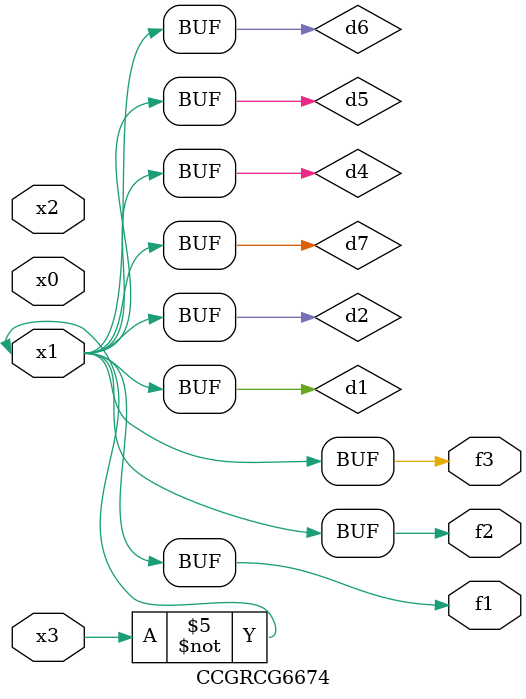
<source format=v>
module CCGRCG6674(
	input x0, x1, x2, x3,
	output f1, f2, f3
);

	wire d1, d2, d3, d4, d5, d6, d7;

	not (d1, x3);
	buf (d2, x1);
	xnor (d3, d1, d2);
	nor (d4, d1);
	buf (d5, d1, d2);
	buf (d6, d4, d5);
	nand (d7, d4);
	assign f1 = d6;
	assign f2 = d7;
	assign f3 = d6;
endmodule

</source>
